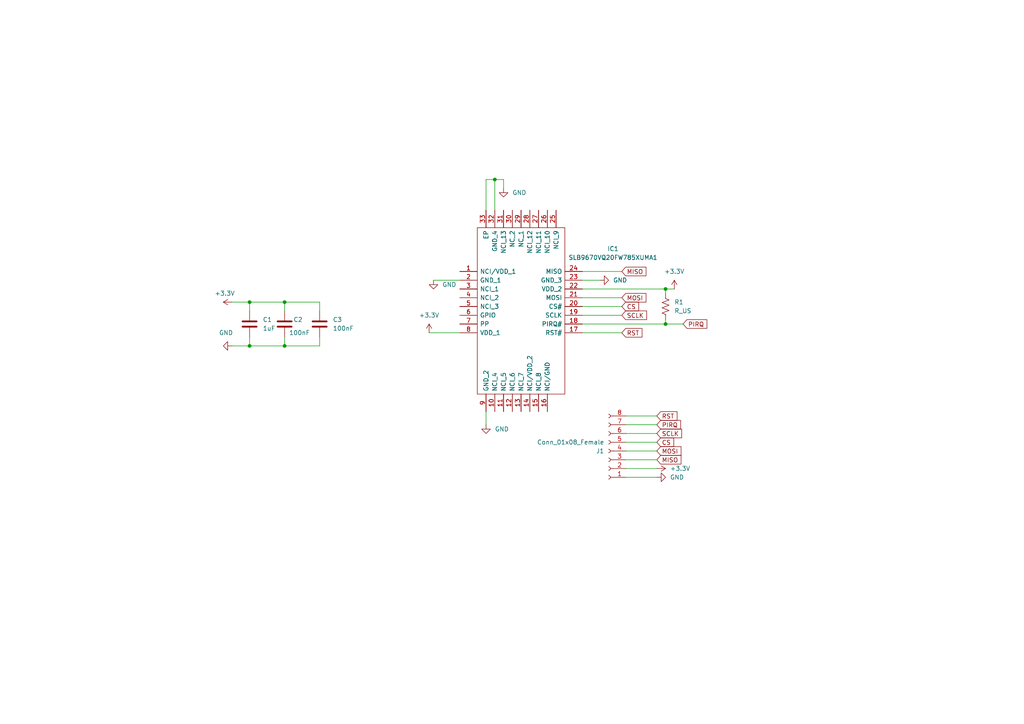
<source format=kicad_sch>
(kicad_sch (version 20211123) (generator eeschema)
  (paper "A4")
  (lib_symbols
    (symbol "Connector:Conn_01x08_Female" (pin_names (offset 1.016) hide)
      (property "Reference" "J" (at 0 10.16 0))
      (property "Value" "Conn_01x08_Female" (at 0 -12.7 0))
      (symbol "Conn_01x08_Female_1_1"
        (arc (start 0 -9.652) (mid -0.508 -10.16) (end 0 -10.668) (stroke (width 0.1524)))
        (arc (start 0 -7.112) (mid -0.508 -7.62) (end 0 -8.128) (stroke (width 0.1524)))
        (arc (start 0 -4.572) (mid -0.508 -5.08) (end 0 -5.588) (stroke (width 0.1524)))
        (arc (start 0 -2.032) (mid -0.508 -2.54) (end 0 -3.048) (stroke (width 0.1524)))
        (polyline (pts (xy -1.27 -10.16) (xy -0.508 -10.16)) (stroke (width 0.1524)))
        (polyline (pts (xy -1.27 -7.62) (xy -0.508 -7.62)) (stroke (width 0.1524)))
        (polyline (pts (xy -1.27 -5.08) (xy -0.508 -5.08)) (stroke (width 0.1524)))
        (polyline (pts (xy -1.27 -2.54) (xy -0.508 -2.54)) (stroke (width 0.1524)))
        (polyline (pts (xy -1.27 0) (xy -0.508 0)) (stroke (width 0.1524)))
        (polyline (pts (xy -1.27 2.54) (xy -0.508 2.54)) (stroke (width 0.1524)))
        (polyline (pts (xy -1.27 5.08) (xy -0.508 5.08)) (stroke (width 0.1524)))
        (polyline (pts (xy -1.27 7.62) (xy -0.508 7.62)) (stroke (width 0.1524)))
        (arc (start 0 0.508) (mid -0.508 0) (end 0 -0.508) (stroke (width 0.1524)))
        (arc (start 0 3.048) (mid -0.508 2.54) (end 0 2.032) (stroke (width 0.1524)))
        (arc (start 0 5.588) (mid -0.508 5.08) (end 0 4.572) (stroke (width 0.1524)))
        (arc (start 0 8.128) (mid -0.508 7.62) (end 0 7.112) (stroke (width 0.1524)))
        (pin passive line (at -5.08 7.62 0) (length 3.81) (name "Pin_1") (number "1"))
        (pin passive line (at -5.08 5.08 0) (length 3.81) (name "Pin_2") (number "2"))
        (pin passive line (at -5.08 2.54 0) (length 3.81) (name "Pin_3") (number "3"))
        (pin passive line (at -5.08 0 0) (length 3.81) (name "Pin_4") (number "4"))
        (pin passive line (at -5.08 -2.54 0) (length 3.81) (name "Pin_5") (number "5"))
        (pin passive line (at -5.08 -5.08 0) (length 3.81) (name "Pin_6") (number "6"))
        (pin passive line (at -5.08 -7.62 0) (length 3.81) (name "Pin_7") (number "7"))
        (pin passive line (at -5.08 -10.16 0) (length 3.81) (name "Pin_8") (number "8"))
      )
    )
    (symbol "Device:C" (pin_numbers hide) (pin_names (offset 0.254))
      (property "Reference" "C" (at 0.635 2.54 0))
      (property "Value" "C" (at 0.635 -2.54 0))
      (symbol "C_0_1"
        (polyline (pts (xy -2.032 -0.762) (xy 2.032 -0.762)) (stroke (width 0.508)))
        (polyline (pts (xy -2.032 0.762) (xy 2.032 0.762)) (stroke (width 0.508)))
      )
      (symbol "C_1_1"
        (pin passive line (at 0 3.81 270) (length 2.794) (name "~") (number "1"))
        (pin passive line (at 0 -3.81 90) (length 2.794) (name "~") (number "2"))
      )
    )
    (symbol "Device:R_US" (pin_numbers hide) (pin_names (offset 0))
      (property "Reference" "R" (at 2.54 0 90))
      (property "Value" "R_US" (at -2.54 0 90))
      (symbol "R_US_0_1"
        (polyline (pts (xy 0 -2.286) (xy 0 -2.54)))
        (polyline (pts (xy 0 2.286) (xy 0 2.54)))
        (polyline (pts (xy 0 -0.762) (xy 1.016 -1.143) (xy 0 -1.524) (xy -1.016 -1.905) (xy 0 -2.286)))
        (polyline (pts (xy 0 0.762) (xy 1.016 0.381) (xy 0 0) (xy -1.016 -0.381) (xy 0 -0.762)))
        (polyline (pts (xy 0 2.286) (xy 1.016 1.905) (xy 0 1.524) (xy -1.016 1.143) (xy 0 0.762)))
      )
      (symbol "R_US_1_1"
        (pin passive line (at 0 3.81 270) (length 1.27) (name "~") (number "1"))
        (pin passive line (at 0 -3.81 90) (length 1.27) (name "~") (number "2"))
      )
    )
    (symbol "SamacSys_Parts:SLB9670VQ20FW785XUMA1" (pin_names (offset 0.762))
      (property "Reference" "IC" (at 31.75 17.78 0))
      (property "Value" "SLB9670VQ20FW785XUMA1" (at 31.75 15.24 0))
      (symbol "SLB9670VQ20FW785XUMA1_0_0"
        (pin passive line (at 0 0 0) (length 5.08) (name "NCI/VDD_1") (number "1"))
        (pin passive line (at 10.16 -40.64 90) (length 5.08) (name "NCI_4") (number "10"))
        (pin passive line (at 12.7 -40.64 90) (length 5.08) (name "NCI_5") (number "11"))
        (pin passive line (at 15.24 -40.64 90) (length 5.08) (name "NCI_6") (number "12"))
        (pin passive line (at 17.78 -40.64 90) (length 5.08) (name "NCI_7") (number "13"))
        (pin passive line (at 20.32 -40.64 90) (length 5.08) (name "NCI/VDD_2") (number "14"))
        (pin passive line (at 22.86 -40.64 90) (length 5.08) (name "NCI_8") (number "15"))
        (pin passive line (at 25.4 -40.64 90) (length 5.08) (name "NCI/GND") (number "16"))
        (pin passive line (at 35.56 -17.78 180) (length 5.08) (name "RST#") (number "17"))
        (pin passive line (at 35.56 -15.24 180) (length 5.08) (name "PIRQ#") (number "18"))
        (pin passive line (at 35.56 -12.7 180) (length 5.08) (name "SCLK") (number "19"))
        (pin passive line (at 0 -2.54 0) (length 5.08) (name "GND_1") (number "2"))
        (pin passive line (at 35.56 -10.16 180) (length 5.08) (name "CS#") (number "20"))
        (pin passive line (at 35.56 -7.62 180) (length 5.08) (name "MOSI") (number "21"))
        (pin passive line (at 35.56 -5.08 180) (length 5.08) (name "VDD_2") (number "22"))
        (pin passive line (at 35.56 -2.54 180) (length 5.08) (name "GND_3") (number "23"))
        (pin passive line (at 35.56 0 180) (length 5.08) (name "MISO") (number "24"))
        (pin passive line (at 27.94 17.78 270) (length 5.08) (name "NCI_9") (number "25"))
        (pin passive line (at 25.4 17.78 270) (length 5.08) (name "NCI_10") (number "26"))
        (pin passive line (at 22.86 17.78 270) (length 5.08) (name "NCI_11") (number "27"))
        (pin passive line (at 20.32 17.78 270) (length 5.08) (name "NCI_12") (number "28"))
        (pin passive line (at 17.78 17.78 270) (length 5.08) (name "NC_1") (number "29"))
        (pin passive line (at 0 -5.08 0) (length 5.08) (name "NCI_1") (number "3"))
        (pin passive line (at 15.24 17.78 270) (length 5.08) (name "NC_2") (number "30"))
        (pin passive line (at 12.7 17.78 270) (length 5.08) (name "NCI_13") (number "31"))
        (pin passive line (at 10.16 17.78 270) (length 5.08) (name "GND_4") (number "32"))
        (pin passive line (at 7.62 17.78 270) (length 5.08) (name "EP") (number "33"))
        (pin passive line (at 0 -7.62 0) (length 5.08) (name "NCI_2") (number "4"))
        (pin passive line (at 0 -10.16 0) (length 5.08) (name "NCI_3") (number "5"))
        (pin passive line (at 0 -12.7 0) (length 5.08) (name "GPIO") (number "6"))
        (pin passive line (at 0 -15.24 0) (length 5.08) (name "PP") (number "7"))
        (pin passive line (at 0 -17.78 0) (length 5.08) (name "VDD_1") (number "8"))
        (pin passive line (at 7.62 -40.64 90) (length 5.08) (name "GND_2") (number "9"))
      )
      (symbol "SLB9670VQ20FW785XUMA1_0_1"
        (polyline (pts (xy 5.08 12.7) (xy 30.48 12.7) (xy 30.48 -35.56) (xy 5.08 -35.56) (xy 5.08 12.7)) (stroke (width 0.1524)))
      )
    )
    (symbol "power:+3.3V" (power) (pin_names (offset 0))
      (property "Value" "+3.3V" (at 0 3.556 0))
      (symbol "+3.3V_0_1"
        (polyline (pts (xy -0.762 1.27) (xy 0 2.54)))
        (polyline (pts (xy 0 0) (xy 0 2.54)))
        (polyline (pts (xy 0 2.54) (xy 0.762 1.27)))
      )
      (symbol "+3.3V_1_1"
        (pin power_in line (at 0 0 90) (length 0) hide (name "+3.3V") (number "1"))
      )
    )
    (symbol "power:GND" (power) (pin_names (offset 0))
      (property "Value" "GND" (at 0 -3.81 0))
      (symbol "GND_0_1"
        (polyline (pts (xy 0 0) (xy 0 -1.27) (xy 1.27 -1.27) (xy 0 -2.54) (xy -1.27 -1.27) (xy 0 -1.27)))
      )
      (symbol "GND_1_1"
        (pin power_in line (at 0 0 270) (length 0) hide (name "GND") (number "1"))
      )
    )
  )
  (junction (at 193.04 83.82))
  (junction (at 72.39 100.33))
  (junction (at 82.55 87.63))
  (junction (at 82.55 100.33))
  (junction (at 193.04 93.98))
  (junction (at 72.39 87.63))
  (junction (at 143.51 52.07))
  (wire (pts (xy 67.31 87.63) (xy 72.39 87.63)))
  (wire (pts (xy 181.61 130.81) (xy 190.5 130.81)))
  (wire (pts (xy 124.46 96.52) (xy 133.35 96.52)))
  (wire (pts (xy 168.91 93.98) (xy 193.04 93.98)))
  (wire (pts (xy 193.04 83.82) (xy 195.58 83.82)))
  (wire (pts (xy 168.91 88.9) (xy 180.34 88.9)))
  (wire (pts (xy 146.05 52.07) (xy 146.05 54.61)))
  (wire (pts (xy 168.91 96.52) (xy 180.34 96.52)))
  (wire (pts (xy 82.55 100.33) (xy 92.71 100.33)))
  (wire (pts (xy 168.91 83.82) (xy 193.04 83.82)))
  (wire (pts (xy 140.97 60.96) (xy 140.97 52.07)))
  (wire (pts (xy 92.71 87.63) (xy 92.71 90.17)))
  (wire (pts (xy 168.91 86.36) (xy 180.34 86.36)))
  (wire (pts (xy 92.71 97.79) (xy 92.71 100.33)))
  (wire (pts (xy 168.91 78.74) (xy 180.34 78.74)))
  (wire (pts (xy 82.55 87.63) (xy 82.55 90.17)))
  (wire (pts (xy 82.55 97.79) (xy 82.55 100.33)))
  (wire (pts (xy 181.61 125.73) (xy 190.5 125.73)))
  (wire (pts (xy 125.73 81.28) (xy 133.35 81.28)))
  (wire (pts (xy 193.04 83.82) (xy 193.04 85.09)))
  (wire (pts (xy 193.04 93.98) (xy 198.12 93.98)))
  (wire (pts (xy 140.97 52.07) (xy 143.51 52.07)))
  (wire (pts (xy 168.91 91.44) (xy 180.34 91.44)))
  (wire (pts (xy 72.39 97.79) (xy 72.39 100.33)))
  (wire (pts (xy 181.61 135.89) (xy 190.5 135.89)))
  (wire (pts (xy 67.31 100.33) (xy 72.39 100.33)))
  (wire (pts (xy 72.39 87.63) (xy 82.55 87.63)))
  (wire (pts (xy 72.39 100.33) (xy 82.55 100.33)))
  (wire (pts (xy 181.61 120.65) (xy 190.5 120.65)))
  (wire (pts (xy 168.91 81.28) (xy 173.99 81.28)))
  (wire (pts (xy 181.61 123.19) (xy 190.5 123.19)))
  (wire (pts (xy 143.51 52.07) (xy 146.05 52.07)))
  (wire (pts (xy 181.61 128.27) (xy 190.5 128.27)))
  (wire (pts (xy 82.55 87.63) (xy 92.71 87.63)))
  (wire (pts (xy 72.39 90.17) (xy 72.39 87.63)))
  (wire (pts (xy 181.61 133.35) (xy 190.5 133.35)))
  (wire (pts (xy 143.51 60.96) (xy 143.51 52.07)))
  (wire (pts (xy 140.97 119.38) (xy 140.97 123.19)))
  (wire (pts (xy 193.04 92.71) (xy 193.04 93.98)))
  (wire (pts (xy 181.61 138.43) (xy 190.5 138.43)))
  (global_label "CS" (shape input) (at 190.5 128.27 0) (property "Intersheet References" "${INTERSHEET_REFS}" (effects hide)))
  (global_label "RST" (shape input) (at 190.5 120.65 0) (property "Intersheet References" "${INTERSHEET_REFS}" (effects hide)))
  (global_label "PIRQ" (shape input) (at 198.12 93.98 0) (property "Intersheet References" "${INTERSHEET_REFS}" (effects hide)))
  (global_label "MISO" (shape input) (at 190.5 133.35 0) (property "Intersheet References" "${INTERSHEET_REFS}" (effects hide)))
  (global_label "MOSI" (shape input) (at 190.5 130.81 0) (property "Intersheet References" "${INTERSHEET_REFS}" (effects hide)))
  (global_label "PIRQ" (shape input) (at 190.5 123.19 0) (property "Intersheet References" "${INTERSHEET_REFS}" (effects hide)))
  (global_label "MISO" (shape input) (at 180.34 78.74 0) (property "Intersheet References" "${INTERSHEET_REFS}" (effects hide)))
  (global_label "CS" (shape input) (at 180.34 88.9 0) (property "Intersheet References" "${INTERSHEET_REFS}" (effects hide)))
  (global_label "RST" (shape input) (at 180.34 96.52 0) (property "Intersheet References" "${INTERSHEET_REFS}" (effects hide)))
  (global_label "MOSI" (shape input) (at 180.34 86.36 0) (property "Intersheet References" "${INTERSHEET_REFS}" (effects hide)))
  (global_label "SCLK" (shape input) (at 180.34 91.44 0) (property "Intersheet References" "${INTERSHEET_REFS}" (effects hide)))
  (global_label "SCLK" (shape input) (at 190.5 125.73 0) (property "Intersheet References" "${INTERSHEET_REFS}" (effects hide)))
  (symbol (lib_id "Device:C") (at 82.55 93.98 0) (unit 1)
    (property "Reference" "C2" (at 85.09 92.71 0) (effects (justify left)))
    (property "Value" "100nF" (at 83.82 96.52 0) (effects (justify left)))
    (property "Footprint" "Capacitor_SMD:C_0805_2012Metric" (effects hide))
  )
  (symbol (lib_id "power:+3.3V") (at 195.58 83.82 0) (unit 1)
    (property "Reference" "#PWR0103" (effects hide))
    (property "Value" "+3.3V" (at 195.58 78.74 0))
  )
  (symbol (lib_id "Connector:Conn_01x08_Female") (at 176.53 130.81 180) (unit 1)
    (property "Reference" "J1" (at 175.26 130.8101 0) (effects (justify left)))
    (property "Value" "Conn_01x08_Female" (at 175.26 128.2701 0) (effects (justify left)))
    (property "Footprint" "Connector_PinHeader_2.54mm:PinHeader_1x08_P2.54mm_Vertical" (effects hide))
  )
  (symbol (lib_id "power:GND") (at 190.5 138.43 90) (unit 1)
    (property "Reference" "#PWR0109" (effects hide))
    (property "Value" "GND" (at 194.31 138.4299 90) (effects (justify right)))
  )
  (symbol (lib_id "Device:C") (at 92.71 93.98 0) (unit 1)
    (property "Reference" "C3" (at 96.52 92.7099 0) (effects (justify left)))
    (property "Value" "100nF" (at 96.52 95.2499 0) (effects (justify left)))
    (property "Footprint" "Capacitor_SMD:C_0805_2012Metric" (effects hide))
  )
  (symbol (lib_id "power:GND") (at 67.31 100.33 270) (unit 1)
    (property "Reference" "#PWR0108" (effects hide))
    (property "Value" "GND" (at 63.5 96.52 90) (effects (justify left)))
  )
  (symbol (lib_id "power:GND") (at 173.99 81.28 90) (unit 1)
    (property "Reference" "#PWR0101" (effects hide))
    (property "Value" "GND" (at 177.8 81.2799 90) (effects (justify right)))
  )
  (symbol (lib_id "power:GND") (at 125.73 81.28 0) (unit 1)
    (property "Reference" "#PWR0106" (effects hide))
    (property "Value" "GND" (at 128.27 82.5499 0) (effects (justify left)))
  )
  (symbol (lib_id "Device:C") (at 72.39 93.98 0) (unit 1)
    (property "Reference" "C1" (at 76.2 92.7099 0) (effects (justify left)))
    (property "Value" "1uF" (at 76.2 95.2499 0) (effects (justify left)))
    (property "Footprint" "Capacitor_SMD:C_0805_2012Metric" (effects hide))
  )
  (symbol (lib_id "power:GND") (at 140.97 123.19 0) (unit 1)
    (property "Reference" "#PWR0102" (effects hide))
    (property "Value" "GND" (at 143.51 124.4599 0) (effects (justify left)))
  )
  (symbol (lib_id "power:+3.3V") (at 67.31 87.63 90) (unit 1)
    (property "Reference" "#PWR0107" (effects hide))
    (property "Value" "+3.3V" (at 62.23 85.09 90) (effects (justify right)))
  )
  (symbol (lib_id "power:GND") (at 146.05 54.61 0) (unit 1)
    (property "Reference" "#PWR0104" (effects hide))
    (property "Value" "GND" (at 148.59 55.8799 0) (effects (justify left)))
  )
  (symbol (lib_id "SamacSys_Parts:SLB9670VQ20FW785XUMA1") (at 133.35 78.74 0) (unit 1)
    (property "Reference" "IC1" (at 177.8 72.1612 0))
    (property "Value" "SLB9670VQ20FW785XUMA1" (at 177.8 74.7012 0))
    (property "Footprint" "SLB9670VQ20FW785XUMA1" (effects hide))
    (property "Datasheet" "https://www.infineon.com/dgdl/Infineon-data-sheet-SLB9670_2.0_Rev1.3-DS-v01_03-EN.pdf?fileId=5546d462689a790c016929ed3b5e4ffb" (effects hide))
    (property "Description" "Security ICs / Authentication ICs TPM" (effects hide))
    (property "Height" "0.9" (effects hide))
    (property "Mouser Part Number" "726-SLB9670VQ20FW785" (effects hide))
    (property "Mouser Price/Stock" "https://www.mouser.com/Search/Refine.aspx?Keyword=726-SLB9670VQ20FW785" (effects hide))
    (property "Manufacturer_Name" "Infineon" (effects hide))
    (property "Manufacturer_Part_Number" "SLB9670VQ20FW785XUMA1" (effects hide))
  )
  (symbol (lib_id "Device:R_US") (at 193.04 88.9 0) (unit 1)
    (property "Reference" "R1" (at 195.58 87.6299 0) (effects (justify left)))
    (property "Value" "R_US" (at 195.58 90.1699 0) (effects (justify left)))
    (property "Footprint" "Resistor_SMD:R_0805_2012Metric" (effects hide))
  )
  (symbol (lib_id "power:+3.3V") (at 190.5 135.89 270) (unit 1)
    (property "Reference" "#PWR0110" (effects hide))
    (property "Value" "+3.3V" (at 194.31 135.8899 90) (effects (justify left)))
  )
  (symbol (lib_id "power:+3.3V") (at 124.46 96.52 0) (unit 1)
    (property "Reference" "#PWR0105" (effects hide))
    (property "Value" "+3.3V" (at 124.46 91.44 0))
  )
)
</source>
